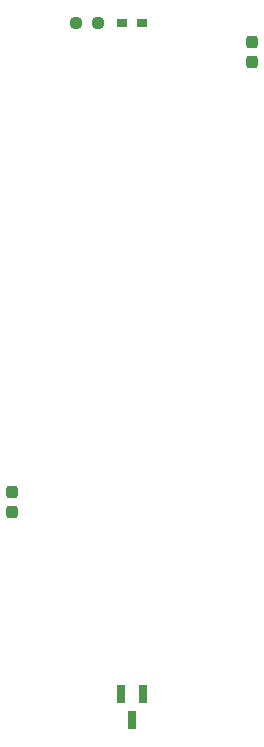
<source format=gbr>
G04 #@! TF.GenerationSoftware,KiCad,Pcbnew,8.0.4+dfsg-1*
G04 #@! TF.CreationDate,2024-12-10T09:54:21+09:00*
G04 #@! TF.ProjectId,bionic-cdp1802,62696f6e-6963-42d6-9364-70313830322e,7*
G04 #@! TF.SameCoordinates,Original*
G04 #@! TF.FileFunction,Paste,Top*
G04 #@! TF.FilePolarity,Positive*
%FSLAX46Y46*%
G04 Gerber Fmt 4.6, Leading zero omitted, Abs format (unit mm)*
G04 Created by KiCad (PCBNEW 8.0.4+dfsg-1) date 2024-12-10 09:54:21*
%MOMM*%
%LPD*%
G01*
G04 APERTURE LIST*
G04 Aperture macros list*
%AMRoundRect*
0 Rectangle with rounded corners*
0 $1 Rounding radius*
0 $2 $3 $4 $5 $6 $7 $8 $9 X,Y pos of 4 corners*
0 Add a 4 corners polygon primitive as box body*
4,1,4,$2,$3,$4,$5,$6,$7,$8,$9,$2,$3,0*
0 Add four circle primitives for the rounded corners*
1,1,$1+$1,$2,$3*
1,1,$1+$1,$4,$5*
1,1,$1+$1,$6,$7*
1,1,$1+$1,$8,$9*
0 Add four rect primitives between the rounded corners*
20,1,$1+$1,$2,$3,$4,$5,0*
20,1,$1+$1,$4,$5,$6,$7,0*
20,1,$1+$1,$6,$7,$8,$9,0*
20,1,$1+$1,$8,$9,$2,$3,0*%
G04 Aperture macros list end*
%ADD10R,0.965200X0.762000*%
%ADD11R,0.660400X1.625600*%
%ADD12RoundRect,0.237500X0.250000X0.237500X-0.250000X0.237500X-0.250000X-0.237500X0.250000X-0.237500X0*%
%ADD13RoundRect,0.237500X0.237500X-0.300000X0.237500X0.300000X-0.237500X0.300000X-0.237500X-0.300000X0*%
G04 APERTURE END LIST*
D10*
X112823700Y-71778000D03*
X114576300Y-71778000D03*
D11*
X114650001Y-128624000D03*
X112749999Y-128624000D03*
X113700000Y-130756000D03*
D12*
X110802500Y-71778000D03*
X108977500Y-71778000D03*
D13*
X103540000Y-113180000D03*
X103540000Y-111455000D03*
X123860000Y-75078900D03*
X123860000Y-73353900D03*
M02*

</source>
